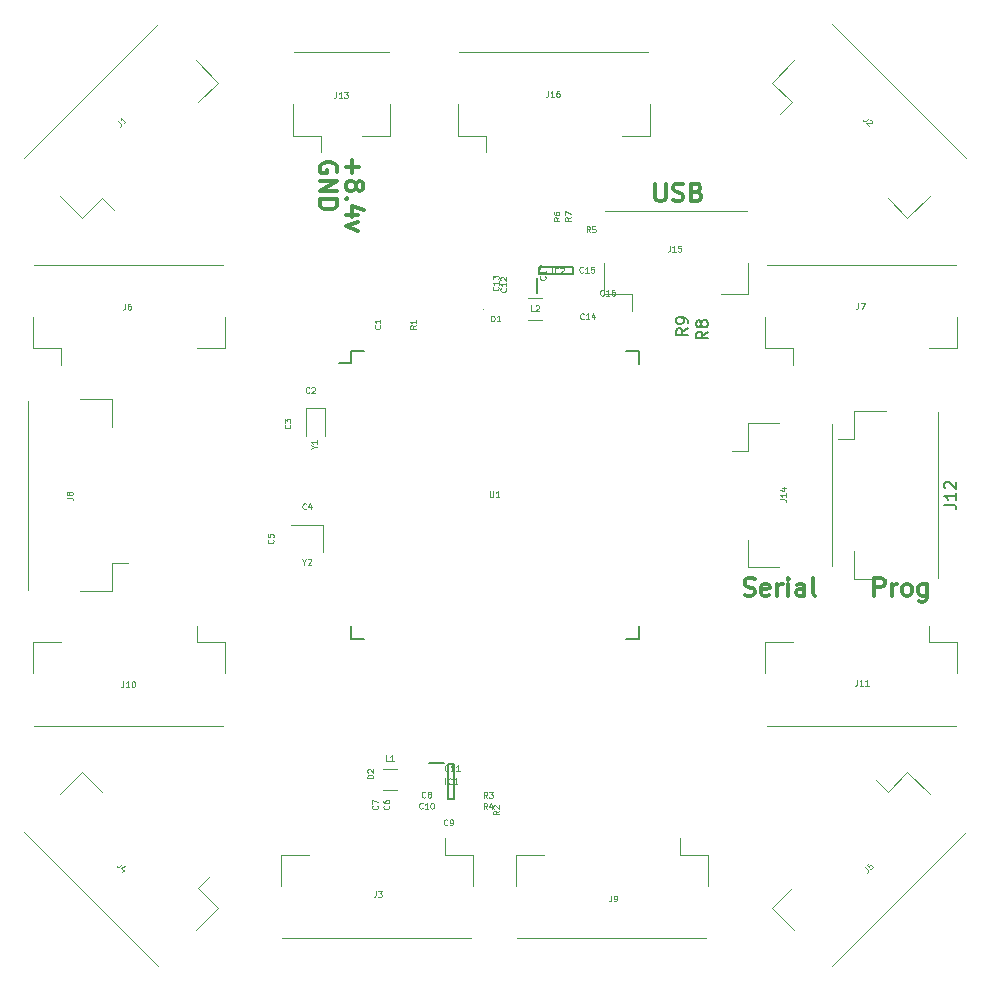
<source format=gbr>
G04 #@! TF.GenerationSoftware,KiCad,Pcbnew,5.0.1-33cea8e~68~ubuntu16.04.1*
G04 #@! TF.CreationDate,2018-11-01T01:01:16-04:00*
G04 #@! TF.ProjectId,SmallKat Jumbo Motherboard,536D616C6C4B6174204A756D626F204D,rev?*
G04 #@! TF.SameCoordinates,Original*
G04 #@! TF.FileFunction,Legend,Top*
G04 #@! TF.FilePolarity,Positive*
%FSLAX46Y46*%
G04 Gerber Fmt 4.6, Leading zero omitted, Abs format (unit mm)*
G04 Created by KiCad (PCBNEW 5.0.1-33cea8e~68~ubuntu16.04.1) date Thu 01 Nov 2018 01:01:16 AM EDT*
%MOMM*%
%LPD*%
G01*
G04 APERTURE LIST*
%ADD10C,0.300000*%
%ADD11C,0.120000*%
%ADD12C,0.150000*%
%ADD13C,0.200000*%
%ADD14C,0.100000*%
%ADD15C,0.125000*%
G04 APERTURE END LIST*
D10*
X26590000Y-12667142D02*
X26661428Y-12524285D01*
X26661428Y-12310000D01*
X26590000Y-12095714D01*
X26447142Y-11952857D01*
X26304285Y-11881428D01*
X26018571Y-11810000D01*
X25804285Y-11810000D01*
X25518571Y-11881428D01*
X25375714Y-11952857D01*
X25232857Y-12095714D01*
X25161428Y-12310000D01*
X25161428Y-12452857D01*
X25232857Y-12667142D01*
X25304285Y-12738571D01*
X25804285Y-12738571D01*
X25804285Y-12452857D01*
X25161428Y-13381428D02*
X26661428Y-13381428D01*
X25161428Y-14238571D01*
X26661428Y-14238571D01*
X25161428Y-14952857D02*
X26661428Y-14952857D01*
X26661428Y-15310000D01*
X26590000Y-15524285D01*
X26447142Y-15667142D01*
X26304285Y-15738571D01*
X26018571Y-15810000D01*
X25804285Y-15810000D01*
X25518571Y-15738571D01*
X25375714Y-15667142D01*
X25232857Y-15524285D01*
X25161428Y-15310000D01*
X25161428Y-14952857D01*
X27942857Y-11611428D02*
X27942857Y-12754285D01*
X27371428Y-12182857D02*
X28514285Y-12182857D01*
X28228571Y-13682857D02*
X28300000Y-13540000D01*
X28371428Y-13468571D01*
X28514285Y-13397142D01*
X28585714Y-13397142D01*
X28728571Y-13468571D01*
X28800000Y-13540000D01*
X28871428Y-13682857D01*
X28871428Y-13968571D01*
X28800000Y-14111428D01*
X28728571Y-14182857D01*
X28585714Y-14254285D01*
X28514285Y-14254285D01*
X28371428Y-14182857D01*
X28300000Y-14111428D01*
X28228571Y-13968571D01*
X28228571Y-13682857D01*
X28157142Y-13540000D01*
X28085714Y-13468571D01*
X27942857Y-13397142D01*
X27657142Y-13397142D01*
X27514285Y-13468571D01*
X27442857Y-13540000D01*
X27371428Y-13682857D01*
X27371428Y-13968571D01*
X27442857Y-14111428D01*
X27514285Y-14182857D01*
X27657142Y-14254285D01*
X27942857Y-14254285D01*
X28085714Y-14182857D01*
X28157142Y-14111428D01*
X28228571Y-13968571D01*
X27514285Y-14897142D02*
X27442857Y-14968571D01*
X27371428Y-14897142D01*
X27442857Y-14825714D01*
X27514285Y-14897142D01*
X27371428Y-14897142D01*
X28371428Y-16254285D02*
X27371428Y-16254285D01*
X28942857Y-15897142D02*
X27871428Y-15540000D01*
X27871428Y-16468571D01*
X28371428Y-16897142D02*
X27371428Y-17254285D01*
X28371428Y-17611428D01*
X72135714Y-48518571D02*
X72135714Y-47018571D01*
X72707142Y-47018571D01*
X72850000Y-47090000D01*
X72921428Y-47161428D01*
X72992857Y-47304285D01*
X72992857Y-47518571D01*
X72921428Y-47661428D01*
X72850000Y-47732857D01*
X72707142Y-47804285D01*
X72135714Y-47804285D01*
X73635714Y-48518571D02*
X73635714Y-47518571D01*
X73635714Y-47804285D02*
X73707142Y-47661428D01*
X73778571Y-47590000D01*
X73921428Y-47518571D01*
X74064285Y-47518571D01*
X74778571Y-48518571D02*
X74635714Y-48447142D01*
X74564285Y-48375714D01*
X74492857Y-48232857D01*
X74492857Y-47804285D01*
X74564285Y-47661428D01*
X74635714Y-47590000D01*
X74778571Y-47518571D01*
X74992857Y-47518571D01*
X75135714Y-47590000D01*
X75207142Y-47661428D01*
X75278571Y-47804285D01*
X75278571Y-48232857D01*
X75207142Y-48375714D01*
X75135714Y-48447142D01*
X74992857Y-48518571D01*
X74778571Y-48518571D01*
X76564285Y-47518571D02*
X76564285Y-48732857D01*
X76492857Y-48875714D01*
X76421428Y-48947142D01*
X76278571Y-49018571D01*
X76064285Y-49018571D01*
X75921428Y-48947142D01*
X76564285Y-48447142D02*
X76421428Y-48518571D01*
X76135714Y-48518571D01*
X75992857Y-48447142D01*
X75921428Y-48375714D01*
X75850000Y-48232857D01*
X75850000Y-47804285D01*
X75921428Y-47661428D01*
X75992857Y-47590000D01*
X76135714Y-47518571D01*
X76421428Y-47518571D01*
X76564285Y-47590000D01*
X61135714Y-48467142D02*
X61350000Y-48538571D01*
X61707142Y-48538571D01*
X61850000Y-48467142D01*
X61921428Y-48395714D01*
X61992857Y-48252857D01*
X61992857Y-48110000D01*
X61921428Y-47967142D01*
X61850000Y-47895714D01*
X61707142Y-47824285D01*
X61421428Y-47752857D01*
X61278571Y-47681428D01*
X61207142Y-47610000D01*
X61135714Y-47467142D01*
X61135714Y-47324285D01*
X61207142Y-47181428D01*
X61278571Y-47110000D01*
X61421428Y-47038571D01*
X61778571Y-47038571D01*
X61992857Y-47110000D01*
X63207142Y-48467142D02*
X63064285Y-48538571D01*
X62778571Y-48538571D01*
X62635714Y-48467142D01*
X62564285Y-48324285D01*
X62564285Y-47752857D01*
X62635714Y-47610000D01*
X62778571Y-47538571D01*
X63064285Y-47538571D01*
X63207142Y-47610000D01*
X63278571Y-47752857D01*
X63278571Y-47895714D01*
X62564285Y-48038571D01*
X63921428Y-48538571D02*
X63921428Y-47538571D01*
X63921428Y-47824285D02*
X63992857Y-47681428D01*
X64064285Y-47610000D01*
X64207142Y-47538571D01*
X64350000Y-47538571D01*
X64850000Y-48538571D02*
X64850000Y-47538571D01*
X64850000Y-47038571D02*
X64778571Y-47110000D01*
X64850000Y-47181428D01*
X64921428Y-47110000D01*
X64850000Y-47038571D01*
X64850000Y-47181428D01*
X66207142Y-48538571D02*
X66207142Y-47752857D01*
X66135714Y-47610000D01*
X65992857Y-47538571D01*
X65707142Y-47538571D01*
X65564285Y-47610000D01*
X66207142Y-48467142D02*
X66064285Y-48538571D01*
X65707142Y-48538571D01*
X65564285Y-48467142D01*
X65492857Y-48324285D01*
X65492857Y-48181428D01*
X65564285Y-48038571D01*
X65707142Y-47967142D01*
X66064285Y-47967142D01*
X66207142Y-47895714D01*
X67135714Y-48538571D02*
X66992857Y-48467142D01*
X66921428Y-48324285D01*
X66921428Y-47038571D01*
X53597142Y-13618571D02*
X53597142Y-14832857D01*
X53668571Y-14975714D01*
X53740000Y-15047142D01*
X53882857Y-15118571D01*
X54168571Y-15118571D01*
X54311428Y-15047142D01*
X54382857Y-14975714D01*
X54454285Y-14832857D01*
X54454285Y-13618571D01*
X55097142Y-15047142D02*
X55311428Y-15118571D01*
X55668571Y-15118571D01*
X55811428Y-15047142D01*
X55882857Y-14975714D01*
X55954285Y-14832857D01*
X55954285Y-14690000D01*
X55882857Y-14547142D01*
X55811428Y-14475714D01*
X55668571Y-14404285D01*
X55382857Y-14332857D01*
X55240000Y-14261428D01*
X55168571Y-14190000D01*
X55097142Y-14047142D01*
X55097142Y-13904285D01*
X55168571Y-13761428D01*
X55240000Y-13690000D01*
X55382857Y-13618571D01*
X55740000Y-13618571D01*
X55954285Y-13690000D01*
X57097142Y-14332857D02*
X57311428Y-14404285D01*
X57382857Y-14475714D01*
X57454285Y-14618571D01*
X57454285Y-14832857D01*
X57382857Y-14975714D01*
X57311428Y-15047142D01*
X57168571Y-15118571D01*
X56597142Y-15118571D01*
X56597142Y-13618571D01*
X57097142Y-13618571D01*
X57240000Y-13690000D01*
X57311428Y-13761428D01*
X57382857Y-13904285D01*
X57382857Y-14047142D01*
X57311428Y-14190000D01*
X57240000Y-14261428D01*
X57097142Y-14332857D01*
X56597142Y-14332857D01*
D11*
G04 #@! TO.C,J12*
X73090000Y-32890000D02*
X70440000Y-32890000D01*
X70440000Y-32890000D02*
X70440000Y-35240000D01*
X70440000Y-35240000D02*
X69050000Y-35240000D01*
X73090000Y-47110000D02*
X70440000Y-47110000D01*
X70440000Y-47110000D02*
X70440000Y-44760000D01*
X77510000Y-33000000D02*
X77510000Y-47000000D01*
G04 #@! TO.C,Y1*
X25590000Y-35010000D02*
X25590000Y-32610000D01*
X25590000Y-32610000D02*
X23990000Y-32610000D01*
X23990000Y-32610000D02*
X23990000Y-35010000D01*
D12*
G04 #@! TO.C,U1*
X27825000Y-27825000D02*
X27825000Y-28800000D01*
X52175000Y-27825000D02*
X52175000Y-28875000D01*
X52175000Y-52175000D02*
X52175000Y-51125000D01*
X27825000Y-52175000D02*
X27825000Y-51125000D01*
X27825000Y-27825000D02*
X28875000Y-27825000D01*
X27825000Y-52175000D02*
X28875000Y-52175000D01*
X52175000Y-52175000D02*
X51125000Y-52175000D01*
X52175000Y-27825000D02*
X51125000Y-27825000D01*
X27825000Y-28800000D02*
X26820000Y-28800000D01*
D11*
G04 #@! TO.C,J6*
X890000Y-24910000D02*
X890000Y-27560000D01*
X890000Y-27560000D02*
X3240000Y-27560000D01*
X3240000Y-27560000D02*
X3240000Y-28950000D01*
X17110000Y-24910000D02*
X17110000Y-27560000D01*
X17110000Y-27560000D02*
X14760000Y-27560000D01*
X1000000Y-20490000D02*
X17000000Y-20490000D01*
G04 #@! TO.C,J1*
X3201724Y-14670996D02*
X5075557Y-16544829D01*
X5075557Y-16544829D02*
X6737258Y-14883128D01*
X6737258Y-14883128D02*
X7720137Y-15866007D01*
X14670996Y-3201724D02*
X16544829Y-5075557D01*
X16544829Y-5075557D02*
X14883128Y-6737258D01*
X154094Y-11467803D02*
X11467803Y-154094D01*
G04 #@! TO.C,J2*
X65329004Y-3201724D02*
X63455171Y-5075557D01*
X63455171Y-5075557D02*
X65116872Y-6737258D01*
X65116872Y-6737258D02*
X64133993Y-7720137D01*
X76798276Y-14670996D02*
X74924443Y-16544829D01*
X74924443Y-16544829D02*
X73262742Y-14883128D01*
X68532197Y-154094D02*
X79845906Y-11467803D01*
G04 #@! TO.C,J3*
X38000000Y-77510000D02*
X22000000Y-77510000D01*
X21890000Y-70440000D02*
X24240000Y-70440000D01*
X21890000Y-73090000D02*
X21890000Y-70440000D01*
X35760000Y-70440000D02*
X35760000Y-69050000D01*
X38110000Y-70440000D02*
X35760000Y-70440000D01*
X38110000Y-73090000D02*
X38110000Y-70440000D01*
G04 #@! TO.C,J4*
X11467803Y-79845906D02*
X154094Y-68532197D01*
X5075557Y-63455171D02*
X6737258Y-65116872D01*
X3201724Y-65329004D02*
X5075557Y-63455171D01*
X14883128Y-73262742D02*
X15866007Y-72279863D01*
X16544829Y-74924443D02*
X14883128Y-73262742D01*
X14670996Y-76798276D02*
X16544829Y-74924443D01*
G04 #@! TO.C,J5*
X76798276Y-65329004D02*
X74924443Y-63455171D01*
X74924443Y-63455171D02*
X73262742Y-65116872D01*
X73262742Y-65116872D02*
X72279863Y-64133993D01*
X65329004Y-76798276D02*
X63455171Y-74924443D01*
X63455171Y-74924443D02*
X65116872Y-73262742D01*
X79845906Y-68532197D02*
X68532197Y-79845906D01*
G04 #@! TO.C,J7*
X62890000Y-24910000D02*
X62890000Y-27560000D01*
X62890000Y-27560000D02*
X65240000Y-27560000D01*
X65240000Y-27560000D02*
X65240000Y-28950000D01*
X79110000Y-24910000D02*
X79110000Y-27560000D01*
X79110000Y-27560000D02*
X76760000Y-27560000D01*
X63000000Y-20490000D02*
X79000000Y-20490000D01*
G04 #@! TO.C,J8*
X490000Y-48000000D02*
X490000Y-32000000D01*
X7560000Y-31890000D02*
X7560000Y-34240000D01*
X4910000Y-31890000D02*
X7560000Y-31890000D01*
X7560000Y-45760000D02*
X8950000Y-45760000D01*
X7560000Y-48110000D02*
X7560000Y-45760000D01*
X4910000Y-48110000D02*
X7560000Y-48110000D01*
G04 #@! TO.C,J9*
X58010000Y-73090000D02*
X58010000Y-70440000D01*
X58010000Y-70440000D02*
X55660000Y-70440000D01*
X55660000Y-70440000D02*
X55660000Y-69050000D01*
X41790000Y-73090000D02*
X41790000Y-70440000D01*
X41790000Y-70440000D02*
X44140000Y-70440000D01*
X57900000Y-77510000D02*
X41900000Y-77510000D01*
G04 #@! TO.C,J10*
X17110000Y-55090000D02*
X17110000Y-52440000D01*
X17110000Y-52440000D02*
X14760000Y-52440000D01*
X14760000Y-52440000D02*
X14760000Y-51050000D01*
X890000Y-55090000D02*
X890000Y-52440000D01*
X890000Y-52440000D02*
X3240000Y-52440000D01*
X17000000Y-59510000D02*
X1000000Y-59510000D01*
G04 #@! TO.C,J11*
X79000000Y-59510000D02*
X63000000Y-59510000D01*
X62890000Y-52440000D02*
X65240000Y-52440000D01*
X62890000Y-55090000D02*
X62890000Y-52440000D01*
X76760000Y-52440000D02*
X76760000Y-51050000D01*
X79110000Y-52440000D02*
X76760000Y-52440000D01*
X79110000Y-55090000D02*
X79110000Y-52440000D01*
G04 #@! TO.C,J13*
X22890000Y-6910000D02*
X22890000Y-9560000D01*
X22890000Y-9560000D02*
X25240000Y-9560000D01*
X25240000Y-9560000D02*
X25240000Y-10950000D01*
X31110000Y-6910000D02*
X31110000Y-9560000D01*
X31110000Y-9560000D02*
X28760000Y-9560000D01*
X23000000Y-2490000D02*
X31000000Y-2490000D01*
G04 #@! TO.C,Y2*
X25450000Y-44800000D02*
X25450000Y-42500000D01*
X25450000Y-42500000D02*
X22750000Y-42500000D01*
D13*
G04 #@! TO.C,IC1*
X36025000Y-62800000D02*
X36575000Y-62800000D01*
X36575000Y-62800000D02*
X36575000Y-65700000D01*
X36575000Y-65700000D02*
X36025000Y-65700000D01*
X36025000Y-65700000D02*
X36025000Y-62800000D01*
X34425000Y-62650000D02*
X35675000Y-62650000D01*
D11*
G04 #@! TO.C,L1*
X30497936Y-63190000D02*
X31702064Y-63190000D01*
X30497936Y-65010000D02*
X31702064Y-65010000D01*
D13*
G04 #@! TO.C,IC2*
X43750000Y-21275000D02*
X43750000Y-20725000D01*
X43750000Y-20725000D02*
X46650000Y-20725000D01*
X46650000Y-20725000D02*
X46650000Y-21275000D01*
X46650000Y-21275000D02*
X43750000Y-21275000D01*
X43600000Y-22875000D02*
X43600000Y-21625000D01*
D11*
G04 #@! TO.C,L2*
X42797936Y-23340000D02*
X44002064Y-23340000D01*
X42797936Y-25160000D02*
X44002064Y-25160000D01*
D14*
G04 #@! TO.C,D1*
X39110000Y-24250000D02*
G75*
G03X39110000Y-24250000I-50000J0D01*
G01*
G04 #@! TO.C,D2*
X28350000Y-62510000D02*
G75*
G03X28350000Y-62510000I-50000J0D01*
G01*
D11*
G04 #@! TO.C,J14*
X68510000Y-34000000D02*
X68510000Y-46000000D01*
X61440000Y-46110000D02*
X61440000Y-43760000D01*
X64090000Y-46110000D02*
X61440000Y-46110000D01*
X61440000Y-36240000D02*
X60050000Y-36240000D01*
X61440000Y-33890000D02*
X61440000Y-36240000D01*
X64090000Y-33890000D02*
X61440000Y-33890000D01*
G04 #@! TO.C,J15*
X49250000Y-20350000D02*
X49250000Y-23000000D01*
X49250000Y-23000000D02*
X51600000Y-23000000D01*
X51600000Y-23000000D02*
X51600000Y-24390000D01*
X61470000Y-20350000D02*
X61470000Y-23000000D01*
X61470000Y-23000000D02*
X59120000Y-23000000D01*
X49360000Y-15930000D02*
X61360000Y-15930000D01*
G04 #@! TO.C,J16*
X36890000Y-6910000D02*
X36890000Y-9560000D01*
X36890000Y-9560000D02*
X39240000Y-9560000D01*
X39240000Y-9560000D02*
X39240000Y-10950000D01*
X53110000Y-6910000D02*
X53110000Y-9560000D01*
X53110000Y-9560000D02*
X50760000Y-9560000D01*
X37000000Y-2490000D02*
X53000000Y-2490000D01*
G04 #@! TO.C,R9*
D12*
X56352380Y-25891666D02*
X55876190Y-26225000D01*
X56352380Y-26463095D02*
X55352380Y-26463095D01*
X55352380Y-26082142D01*
X55400000Y-25986904D01*
X55447619Y-25939285D01*
X55542857Y-25891666D01*
X55685714Y-25891666D01*
X55780952Y-25939285D01*
X55828571Y-25986904D01*
X55876190Y-26082142D01*
X55876190Y-26463095D01*
X56352380Y-25415476D02*
X56352380Y-25225000D01*
X56304761Y-25129761D01*
X56257142Y-25082142D01*
X56114285Y-24986904D01*
X55923809Y-24939285D01*
X55542857Y-24939285D01*
X55447619Y-24986904D01*
X55400000Y-25034523D01*
X55352380Y-25129761D01*
X55352380Y-25320238D01*
X55400000Y-25415476D01*
X55447619Y-25463095D01*
X55542857Y-25510714D01*
X55780952Y-25510714D01*
X55876190Y-25463095D01*
X55923809Y-25415476D01*
X55971428Y-25320238D01*
X55971428Y-25129761D01*
X55923809Y-25034523D01*
X55876190Y-24986904D01*
X55780952Y-24939285D01*
G04 #@! TO.C,R8*
X58022380Y-26161666D02*
X57546190Y-26495000D01*
X58022380Y-26733095D02*
X57022380Y-26733095D01*
X57022380Y-26352142D01*
X57070000Y-26256904D01*
X57117619Y-26209285D01*
X57212857Y-26161666D01*
X57355714Y-26161666D01*
X57450952Y-26209285D01*
X57498571Y-26256904D01*
X57546190Y-26352142D01*
X57546190Y-26733095D01*
X57450952Y-25590238D02*
X57403333Y-25685476D01*
X57355714Y-25733095D01*
X57260476Y-25780714D01*
X57212857Y-25780714D01*
X57117619Y-25733095D01*
X57070000Y-25685476D01*
X57022380Y-25590238D01*
X57022380Y-25399761D01*
X57070000Y-25304523D01*
X57117619Y-25256904D01*
X57212857Y-25209285D01*
X57260476Y-25209285D01*
X57355714Y-25256904D01*
X57403333Y-25304523D01*
X57450952Y-25399761D01*
X57450952Y-25590238D01*
X57498571Y-25685476D01*
X57546190Y-25733095D01*
X57641428Y-25780714D01*
X57831904Y-25780714D01*
X57927142Y-25733095D01*
X57974761Y-25685476D01*
X58022380Y-25590238D01*
X58022380Y-25399761D01*
X57974761Y-25304523D01*
X57927142Y-25256904D01*
X57831904Y-25209285D01*
X57641428Y-25209285D01*
X57546190Y-25256904D01*
X57498571Y-25304523D01*
X57450952Y-25399761D01*
G04 #@! TO.C,J12*
X78052380Y-40809523D02*
X78766666Y-40809523D01*
X78909523Y-40857142D01*
X79004761Y-40952380D01*
X79052380Y-41095238D01*
X79052380Y-41190476D01*
X79052380Y-39809523D02*
X79052380Y-40380952D01*
X79052380Y-40095238D02*
X78052380Y-40095238D01*
X78195238Y-40190476D01*
X78290476Y-40285714D01*
X78338095Y-40380952D01*
X78147619Y-39428571D02*
X78100000Y-39380952D01*
X78052380Y-39285714D01*
X78052380Y-39047619D01*
X78100000Y-38952380D01*
X78147619Y-38904761D01*
X78242857Y-38857142D01*
X78338095Y-38857142D01*
X78480952Y-38904761D01*
X79052380Y-39476190D01*
X79052380Y-38857142D01*
G04 #@! TO.C,Y1*
D15*
X24688095Y-35958095D02*
X24926190Y-35958095D01*
X24426190Y-36124761D02*
X24688095Y-35958095D01*
X24426190Y-35791428D01*
X24926190Y-35362857D02*
X24926190Y-35648571D01*
X24926190Y-35505714D02*
X24426190Y-35505714D01*
X24497619Y-35553333D01*
X24545238Y-35600952D01*
X24569047Y-35648571D01*
G04 #@! TO.C,U1*
X39579047Y-39646190D02*
X39579047Y-40050952D01*
X39602857Y-40098571D01*
X39626666Y-40122380D01*
X39674285Y-40146190D01*
X39769523Y-40146190D01*
X39817142Y-40122380D01*
X39840952Y-40098571D01*
X39864761Y-40050952D01*
X39864761Y-39646190D01*
X40364761Y-40146190D02*
X40079047Y-40146190D01*
X40221904Y-40146190D02*
X40221904Y-39646190D01*
X40174285Y-39717619D01*
X40126666Y-39765238D01*
X40079047Y-39789047D01*
G04 #@! TO.C,J6*
X8683333Y-23786190D02*
X8683333Y-24143333D01*
X8659523Y-24214761D01*
X8611904Y-24262380D01*
X8540476Y-24286190D01*
X8492857Y-24286190D01*
X9135714Y-23786190D02*
X9040476Y-23786190D01*
X8992857Y-23810000D01*
X8969047Y-23833809D01*
X8921428Y-23905238D01*
X8897619Y-24000476D01*
X8897619Y-24190952D01*
X8921428Y-24238571D01*
X8945238Y-24262380D01*
X8992857Y-24286190D01*
X9088095Y-24286190D01*
X9135714Y-24262380D01*
X9159523Y-24238571D01*
X9183333Y-24190952D01*
X9183333Y-24071904D01*
X9159523Y-24024285D01*
X9135714Y-24000476D01*
X9088095Y-23976666D01*
X8992857Y-23976666D01*
X8945238Y-24000476D01*
X8921428Y-24024285D01*
X8897619Y-24071904D01*
G04 #@! TO.C,R1*
X33316190Y-25638333D02*
X33078095Y-25805000D01*
X33316190Y-25924047D02*
X32816190Y-25924047D01*
X32816190Y-25733571D01*
X32840000Y-25685952D01*
X32863809Y-25662142D01*
X32911428Y-25638333D01*
X32982857Y-25638333D01*
X33030476Y-25662142D01*
X33054285Y-25685952D01*
X33078095Y-25733571D01*
X33078095Y-25924047D01*
X33316190Y-25162142D02*
X33316190Y-25447857D01*
X33316190Y-25305000D02*
X32816190Y-25305000D01*
X32887619Y-25352619D01*
X32935238Y-25400238D01*
X32959047Y-25447857D01*
G04 #@! TO.C,C1*
X30258571Y-25618333D02*
X30282380Y-25642142D01*
X30306190Y-25713571D01*
X30306190Y-25761190D01*
X30282380Y-25832619D01*
X30234761Y-25880238D01*
X30187142Y-25904047D01*
X30091904Y-25927857D01*
X30020476Y-25927857D01*
X29925238Y-25904047D01*
X29877619Y-25880238D01*
X29830000Y-25832619D01*
X29806190Y-25761190D01*
X29806190Y-25713571D01*
X29830000Y-25642142D01*
X29853809Y-25618333D01*
X30306190Y-25142142D02*
X30306190Y-25427857D01*
X30306190Y-25285000D02*
X29806190Y-25285000D01*
X29877619Y-25332619D01*
X29925238Y-25380238D01*
X29949047Y-25427857D01*
G04 #@! TO.C,C2*
X24276666Y-31298571D02*
X24252857Y-31322380D01*
X24181428Y-31346190D01*
X24133809Y-31346190D01*
X24062380Y-31322380D01*
X24014761Y-31274761D01*
X23990952Y-31227142D01*
X23967142Y-31131904D01*
X23967142Y-31060476D01*
X23990952Y-30965238D01*
X24014761Y-30917619D01*
X24062380Y-30870000D01*
X24133809Y-30846190D01*
X24181428Y-30846190D01*
X24252857Y-30870000D01*
X24276666Y-30893809D01*
X24467142Y-30893809D02*
X24490952Y-30870000D01*
X24538571Y-30846190D01*
X24657619Y-30846190D01*
X24705238Y-30870000D01*
X24729047Y-30893809D01*
X24752857Y-30941428D01*
X24752857Y-30989047D01*
X24729047Y-31060476D01*
X24443333Y-31346190D01*
X24752857Y-31346190D01*
G04 #@! TO.C,C3*
X22638571Y-34023333D02*
X22662380Y-34047142D01*
X22686190Y-34118571D01*
X22686190Y-34166190D01*
X22662380Y-34237619D01*
X22614761Y-34285238D01*
X22567142Y-34309047D01*
X22471904Y-34332857D01*
X22400476Y-34332857D01*
X22305238Y-34309047D01*
X22257619Y-34285238D01*
X22210000Y-34237619D01*
X22186190Y-34166190D01*
X22186190Y-34118571D01*
X22210000Y-34047142D01*
X22233809Y-34023333D01*
X22186190Y-33856666D02*
X22186190Y-33547142D01*
X22376666Y-33713809D01*
X22376666Y-33642380D01*
X22400476Y-33594761D01*
X22424285Y-33570952D01*
X22471904Y-33547142D01*
X22590952Y-33547142D01*
X22638571Y-33570952D01*
X22662380Y-33594761D01*
X22686190Y-33642380D01*
X22686190Y-33785238D01*
X22662380Y-33832857D01*
X22638571Y-33856666D01*
G04 #@! TO.C,C4*
X24016666Y-41158571D02*
X23992857Y-41182380D01*
X23921428Y-41206190D01*
X23873809Y-41206190D01*
X23802380Y-41182380D01*
X23754761Y-41134761D01*
X23730952Y-41087142D01*
X23707142Y-40991904D01*
X23707142Y-40920476D01*
X23730952Y-40825238D01*
X23754761Y-40777619D01*
X23802380Y-40730000D01*
X23873809Y-40706190D01*
X23921428Y-40706190D01*
X23992857Y-40730000D01*
X24016666Y-40753809D01*
X24445238Y-40872857D02*
X24445238Y-41206190D01*
X24326190Y-40682380D02*
X24207142Y-41039523D01*
X24516666Y-41039523D01*
G04 #@! TO.C,C5*
X21208571Y-43768333D02*
X21232380Y-43792142D01*
X21256190Y-43863571D01*
X21256190Y-43911190D01*
X21232380Y-43982619D01*
X21184761Y-44030238D01*
X21137142Y-44054047D01*
X21041904Y-44077857D01*
X20970476Y-44077857D01*
X20875238Y-44054047D01*
X20827619Y-44030238D01*
X20780000Y-43982619D01*
X20756190Y-43911190D01*
X20756190Y-43863571D01*
X20780000Y-43792142D01*
X20803809Y-43768333D01*
X20756190Y-43315952D02*
X20756190Y-43554047D01*
X20994285Y-43577857D01*
X20970476Y-43554047D01*
X20946666Y-43506428D01*
X20946666Y-43387380D01*
X20970476Y-43339761D01*
X20994285Y-43315952D01*
X21041904Y-43292142D01*
X21160952Y-43292142D01*
X21208571Y-43315952D01*
X21232380Y-43339761D01*
X21256190Y-43387380D01*
X21256190Y-43506428D01*
X21232380Y-43554047D01*
X21208571Y-43577857D01*
G04 #@! TO.C,J1*
X8068536Y-8334238D02*
X8321074Y-8586776D01*
X8354746Y-8654120D01*
X8354746Y-8721463D01*
X8321074Y-8788807D01*
X8287402Y-8822478D01*
X8775643Y-8334238D02*
X8573612Y-8536269D01*
X8674627Y-8435253D02*
X8321074Y-8081700D01*
X8337910Y-8165879D01*
X8337910Y-8233223D01*
X8321074Y-8283730D01*
G04 #@! TO.C,J2*
X71655761Y-8048536D02*
X71403223Y-8301074D01*
X71335879Y-8334746D01*
X71268536Y-8334746D01*
X71201192Y-8301074D01*
X71167521Y-8267402D01*
X71773612Y-8233730D02*
X71807284Y-8233730D01*
X71857791Y-8250566D01*
X71941971Y-8334746D01*
X71958807Y-8385253D01*
X71958807Y-8418925D01*
X71941971Y-8469433D01*
X71908299Y-8503104D01*
X71840956Y-8536776D01*
X71436895Y-8536776D01*
X71655761Y-8755643D01*
G04 #@! TO.C,J3*
X29913333Y-73536190D02*
X29913333Y-73893333D01*
X29889523Y-73964761D01*
X29841904Y-74012380D01*
X29770476Y-74036190D01*
X29722857Y-74036190D01*
X30103809Y-73536190D02*
X30413333Y-73536190D01*
X30246666Y-73726666D01*
X30318095Y-73726666D01*
X30365714Y-73750476D01*
X30389523Y-73774285D01*
X30413333Y-73821904D01*
X30413333Y-73940952D01*
X30389523Y-73988571D01*
X30365714Y-74012380D01*
X30318095Y-74036190D01*
X30175238Y-74036190D01*
X30127619Y-74012380D01*
X30103809Y-73988571D01*
G04 #@! TO.C,J4*
X8465760Y-71218536D02*
X8213222Y-71471074D01*
X8145878Y-71504746D01*
X8078535Y-71504746D01*
X8011191Y-71471074D01*
X7977520Y-71437402D01*
X8667790Y-71656269D02*
X8432088Y-71891971D01*
X8718298Y-71437402D02*
X8381581Y-71605761D01*
X8600447Y-71824627D01*
G04 #@! TO.C,J5*
X71318536Y-71474238D02*
X71571074Y-71726776D01*
X71604746Y-71794120D01*
X71604746Y-71861463D01*
X71571074Y-71928807D01*
X71537402Y-71962478D01*
X71655253Y-71137521D02*
X71486895Y-71305879D01*
X71638417Y-71491074D01*
X71638417Y-71457402D01*
X71655253Y-71406895D01*
X71739433Y-71322715D01*
X71789940Y-71305879D01*
X71823612Y-71305879D01*
X71874120Y-71322715D01*
X71958299Y-71406895D01*
X71975135Y-71457402D01*
X71975135Y-71491074D01*
X71958299Y-71541582D01*
X71874120Y-71625761D01*
X71823612Y-71642597D01*
X71789940Y-71642597D01*
G04 #@! TO.C,J7*
X70783333Y-23716190D02*
X70783333Y-24073333D01*
X70759523Y-24144761D01*
X70711904Y-24192380D01*
X70640476Y-24216190D01*
X70592857Y-24216190D01*
X70973809Y-23716190D02*
X71307142Y-23716190D01*
X71092857Y-24216190D01*
G04 #@! TO.C,J8*
X3756190Y-40216666D02*
X4113333Y-40216666D01*
X4184761Y-40240476D01*
X4232380Y-40288095D01*
X4256190Y-40359523D01*
X4256190Y-40407142D01*
X3970476Y-39907142D02*
X3946666Y-39954761D01*
X3922857Y-39978571D01*
X3875238Y-40002380D01*
X3851428Y-40002380D01*
X3803809Y-39978571D01*
X3780000Y-39954761D01*
X3756190Y-39907142D01*
X3756190Y-39811904D01*
X3780000Y-39764285D01*
X3803809Y-39740476D01*
X3851428Y-39716666D01*
X3875238Y-39716666D01*
X3922857Y-39740476D01*
X3946666Y-39764285D01*
X3970476Y-39811904D01*
X3970476Y-39907142D01*
X3994285Y-39954761D01*
X4018095Y-39978571D01*
X4065714Y-40002380D01*
X4160952Y-40002380D01*
X4208571Y-39978571D01*
X4232380Y-39954761D01*
X4256190Y-39907142D01*
X4256190Y-39811904D01*
X4232380Y-39764285D01*
X4208571Y-39740476D01*
X4160952Y-39716666D01*
X4065714Y-39716666D01*
X4018095Y-39740476D01*
X3994285Y-39764285D01*
X3970476Y-39811904D01*
G04 #@! TO.C,J9*
X49833333Y-73906190D02*
X49833333Y-74263333D01*
X49809523Y-74334761D01*
X49761904Y-74382380D01*
X49690476Y-74406190D01*
X49642857Y-74406190D01*
X50095238Y-74406190D02*
X50190476Y-74406190D01*
X50238095Y-74382380D01*
X50261904Y-74358571D01*
X50309523Y-74287142D01*
X50333333Y-74191904D01*
X50333333Y-74001428D01*
X50309523Y-73953809D01*
X50285714Y-73930000D01*
X50238095Y-73906190D01*
X50142857Y-73906190D01*
X50095238Y-73930000D01*
X50071428Y-73953809D01*
X50047619Y-74001428D01*
X50047619Y-74120476D01*
X50071428Y-74168095D01*
X50095238Y-74191904D01*
X50142857Y-74215714D01*
X50238095Y-74215714D01*
X50285714Y-74191904D01*
X50309523Y-74168095D01*
X50333333Y-74120476D01*
G04 #@! TO.C,J10*
X8545238Y-55766190D02*
X8545238Y-56123333D01*
X8521428Y-56194761D01*
X8473809Y-56242380D01*
X8402380Y-56266190D01*
X8354761Y-56266190D01*
X9045238Y-56266190D02*
X8759523Y-56266190D01*
X8902380Y-56266190D02*
X8902380Y-55766190D01*
X8854761Y-55837619D01*
X8807142Y-55885238D01*
X8759523Y-55909047D01*
X9354761Y-55766190D02*
X9402380Y-55766190D01*
X9450000Y-55790000D01*
X9473809Y-55813809D01*
X9497619Y-55861428D01*
X9521428Y-55956666D01*
X9521428Y-56075714D01*
X9497619Y-56170952D01*
X9473809Y-56218571D01*
X9450000Y-56242380D01*
X9402380Y-56266190D01*
X9354761Y-56266190D01*
X9307142Y-56242380D01*
X9283333Y-56218571D01*
X9259523Y-56170952D01*
X9235714Y-56075714D01*
X9235714Y-55956666D01*
X9259523Y-55861428D01*
X9283333Y-55813809D01*
X9307142Y-55790000D01*
X9354761Y-55766190D01*
G04 #@! TO.C,J11*
X70675238Y-55636190D02*
X70675238Y-55993333D01*
X70651428Y-56064761D01*
X70603809Y-56112380D01*
X70532380Y-56136190D01*
X70484761Y-56136190D01*
X71175238Y-56136190D02*
X70889523Y-56136190D01*
X71032380Y-56136190D02*
X71032380Y-55636190D01*
X70984761Y-55707619D01*
X70937142Y-55755238D01*
X70889523Y-55779047D01*
X71651428Y-56136190D02*
X71365714Y-56136190D01*
X71508571Y-56136190D02*
X71508571Y-55636190D01*
X71460952Y-55707619D01*
X71413333Y-55755238D01*
X71365714Y-55779047D01*
G04 #@! TO.C,J13*
X26575238Y-5876190D02*
X26575238Y-6233333D01*
X26551428Y-6304761D01*
X26503809Y-6352380D01*
X26432380Y-6376190D01*
X26384761Y-6376190D01*
X27075238Y-6376190D02*
X26789523Y-6376190D01*
X26932380Y-6376190D02*
X26932380Y-5876190D01*
X26884761Y-5947619D01*
X26837142Y-5995238D01*
X26789523Y-6019047D01*
X27241904Y-5876190D02*
X27551428Y-5876190D01*
X27384761Y-6066666D01*
X27456190Y-6066666D01*
X27503809Y-6090476D01*
X27527619Y-6114285D01*
X27551428Y-6161904D01*
X27551428Y-6280952D01*
X27527619Y-6328571D01*
X27503809Y-6352380D01*
X27456190Y-6376190D01*
X27313333Y-6376190D01*
X27265714Y-6352380D01*
X27241904Y-6328571D01*
G04 #@! TO.C,Y2*
X23861904Y-45638095D02*
X23861904Y-45876190D01*
X23695238Y-45376190D02*
X23861904Y-45638095D01*
X24028571Y-45376190D01*
X24171428Y-45423809D02*
X24195238Y-45400000D01*
X24242857Y-45376190D01*
X24361904Y-45376190D01*
X24409523Y-45400000D01*
X24433333Y-45423809D01*
X24457142Y-45471428D01*
X24457142Y-45519047D01*
X24433333Y-45590476D01*
X24147619Y-45876190D01*
X24457142Y-45876190D01*
G04 #@! TO.C,C6*
X30998571Y-66298333D02*
X31022380Y-66322142D01*
X31046190Y-66393571D01*
X31046190Y-66441190D01*
X31022380Y-66512619D01*
X30974761Y-66560238D01*
X30927142Y-66584047D01*
X30831904Y-66607857D01*
X30760476Y-66607857D01*
X30665238Y-66584047D01*
X30617619Y-66560238D01*
X30570000Y-66512619D01*
X30546190Y-66441190D01*
X30546190Y-66393571D01*
X30570000Y-66322142D01*
X30593809Y-66298333D01*
X30546190Y-65869761D02*
X30546190Y-65965000D01*
X30570000Y-66012619D01*
X30593809Y-66036428D01*
X30665238Y-66084047D01*
X30760476Y-66107857D01*
X30950952Y-66107857D01*
X30998571Y-66084047D01*
X31022380Y-66060238D01*
X31046190Y-66012619D01*
X31046190Y-65917380D01*
X31022380Y-65869761D01*
X30998571Y-65845952D01*
X30950952Y-65822142D01*
X30831904Y-65822142D01*
X30784285Y-65845952D01*
X30760476Y-65869761D01*
X30736666Y-65917380D01*
X30736666Y-66012619D01*
X30760476Y-66060238D01*
X30784285Y-66084047D01*
X30831904Y-66107857D01*
G04 #@! TO.C,C7*
X30048571Y-66298333D02*
X30072380Y-66322142D01*
X30096190Y-66393571D01*
X30096190Y-66441190D01*
X30072380Y-66512619D01*
X30024761Y-66560238D01*
X29977142Y-66584047D01*
X29881904Y-66607857D01*
X29810476Y-66607857D01*
X29715238Y-66584047D01*
X29667619Y-66560238D01*
X29620000Y-66512619D01*
X29596190Y-66441190D01*
X29596190Y-66393571D01*
X29620000Y-66322142D01*
X29643809Y-66298333D01*
X29596190Y-66131666D02*
X29596190Y-65798333D01*
X30096190Y-66012619D01*
G04 #@! TO.C,C8*
X34116666Y-65558571D02*
X34092857Y-65582380D01*
X34021428Y-65606190D01*
X33973809Y-65606190D01*
X33902380Y-65582380D01*
X33854761Y-65534761D01*
X33830952Y-65487142D01*
X33807142Y-65391904D01*
X33807142Y-65320476D01*
X33830952Y-65225238D01*
X33854761Y-65177619D01*
X33902380Y-65130000D01*
X33973809Y-65106190D01*
X34021428Y-65106190D01*
X34092857Y-65130000D01*
X34116666Y-65153809D01*
X34402380Y-65320476D02*
X34354761Y-65296666D01*
X34330952Y-65272857D01*
X34307142Y-65225238D01*
X34307142Y-65201428D01*
X34330952Y-65153809D01*
X34354761Y-65130000D01*
X34402380Y-65106190D01*
X34497619Y-65106190D01*
X34545238Y-65130000D01*
X34569047Y-65153809D01*
X34592857Y-65201428D01*
X34592857Y-65225238D01*
X34569047Y-65272857D01*
X34545238Y-65296666D01*
X34497619Y-65320476D01*
X34402380Y-65320476D01*
X34354761Y-65344285D01*
X34330952Y-65368095D01*
X34307142Y-65415714D01*
X34307142Y-65510952D01*
X34330952Y-65558571D01*
X34354761Y-65582380D01*
X34402380Y-65606190D01*
X34497619Y-65606190D01*
X34545238Y-65582380D01*
X34569047Y-65558571D01*
X34592857Y-65510952D01*
X34592857Y-65415714D01*
X34569047Y-65368095D01*
X34545238Y-65344285D01*
X34497619Y-65320476D01*
G04 #@! TO.C,C9*
X35966666Y-67898571D02*
X35942857Y-67922380D01*
X35871428Y-67946190D01*
X35823809Y-67946190D01*
X35752380Y-67922380D01*
X35704761Y-67874761D01*
X35680952Y-67827142D01*
X35657142Y-67731904D01*
X35657142Y-67660476D01*
X35680952Y-67565238D01*
X35704761Y-67517619D01*
X35752380Y-67470000D01*
X35823809Y-67446190D01*
X35871428Y-67446190D01*
X35942857Y-67470000D01*
X35966666Y-67493809D01*
X36204761Y-67946190D02*
X36300000Y-67946190D01*
X36347619Y-67922380D01*
X36371428Y-67898571D01*
X36419047Y-67827142D01*
X36442857Y-67731904D01*
X36442857Y-67541428D01*
X36419047Y-67493809D01*
X36395238Y-67470000D01*
X36347619Y-67446190D01*
X36252380Y-67446190D01*
X36204761Y-67470000D01*
X36180952Y-67493809D01*
X36157142Y-67541428D01*
X36157142Y-67660476D01*
X36180952Y-67708095D01*
X36204761Y-67731904D01*
X36252380Y-67755714D01*
X36347619Y-67755714D01*
X36395238Y-67731904D01*
X36419047Y-67708095D01*
X36442857Y-67660476D01*
G04 #@! TO.C,C10*
X33878571Y-66508571D02*
X33854761Y-66532380D01*
X33783333Y-66556190D01*
X33735714Y-66556190D01*
X33664285Y-66532380D01*
X33616666Y-66484761D01*
X33592857Y-66437142D01*
X33569047Y-66341904D01*
X33569047Y-66270476D01*
X33592857Y-66175238D01*
X33616666Y-66127619D01*
X33664285Y-66080000D01*
X33735714Y-66056190D01*
X33783333Y-66056190D01*
X33854761Y-66080000D01*
X33878571Y-66103809D01*
X34354761Y-66556190D02*
X34069047Y-66556190D01*
X34211904Y-66556190D02*
X34211904Y-66056190D01*
X34164285Y-66127619D01*
X34116666Y-66175238D01*
X34069047Y-66199047D01*
X34664285Y-66056190D02*
X34711904Y-66056190D01*
X34759523Y-66080000D01*
X34783333Y-66103809D01*
X34807142Y-66151428D01*
X34830952Y-66246666D01*
X34830952Y-66365714D01*
X34807142Y-66460952D01*
X34783333Y-66508571D01*
X34759523Y-66532380D01*
X34711904Y-66556190D01*
X34664285Y-66556190D01*
X34616666Y-66532380D01*
X34592857Y-66508571D01*
X34569047Y-66460952D01*
X34545238Y-66365714D01*
X34545238Y-66246666D01*
X34569047Y-66151428D01*
X34592857Y-66103809D01*
X34616666Y-66080000D01*
X34664285Y-66056190D01*
G04 #@! TO.C,C11*
X36063571Y-63298571D02*
X36039761Y-63322380D01*
X35968333Y-63346190D01*
X35920714Y-63346190D01*
X35849285Y-63322380D01*
X35801666Y-63274761D01*
X35777857Y-63227142D01*
X35754047Y-63131904D01*
X35754047Y-63060476D01*
X35777857Y-62965238D01*
X35801666Y-62917619D01*
X35849285Y-62870000D01*
X35920714Y-62846190D01*
X35968333Y-62846190D01*
X36039761Y-62870000D01*
X36063571Y-62893809D01*
X36539761Y-63346190D02*
X36254047Y-63346190D01*
X36396904Y-63346190D02*
X36396904Y-62846190D01*
X36349285Y-62917619D01*
X36301666Y-62965238D01*
X36254047Y-62989047D01*
X37015952Y-63346190D02*
X36730238Y-63346190D01*
X36873095Y-63346190D02*
X36873095Y-62846190D01*
X36825476Y-62917619D01*
X36777857Y-62965238D01*
X36730238Y-62989047D01*
G04 #@! TO.C,IC1*
X35811904Y-64476190D02*
X35811904Y-63976190D01*
X36335714Y-64428571D02*
X36311904Y-64452380D01*
X36240476Y-64476190D01*
X36192857Y-64476190D01*
X36121428Y-64452380D01*
X36073809Y-64404761D01*
X36050000Y-64357142D01*
X36026190Y-64261904D01*
X36026190Y-64190476D01*
X36050000Y-64095238D01*
X36073809Y-64047619D01*
X36121428Y-64000000D01*
X36192857Y-63976190D01*
X36240476Y-63976190D01*
X36311904Y-64000000D01*
X36335714Y-64023809D01*
X36811904Y-64476190D02*
X36526190Y-64476190D01*
X36669047Y-64476190D02*
X36669047Y-63976190D01*
X36621428Y-64047619D01*
X36573809Y-64095238D01*
X36526190Y-64119047D01*
G04 #@! TO.C,L1*
X31016666Y-62506190D02*
X30778571Y-62506190D01*
X30778571Y-62006190D01*
X31445238Y-62506190D02*
X31159523Y-62506190D01*
X31302380Y-62506190D02*
X31302380Y-62006190D01*
X31254761Y-62077619D01*
X31207142Y-62125238D01*
X31159523Y-62149047D01*
G04 #@! TO.C,R2*
X40346190Y-66748333D02*
X40108095Y-66915000D01*
X40346190Y-67034047D02*
X39846190Y-67034047D01*
X39846190Y-66843571D01*
X39870000Y-66795952D01*
X39893809Y-66772142D01*
X39941428Y-66748333D01*
X40012857Y-66748333D01*
X40060476Y-66772142D01*
X40084285Y-66795952D01*
X40108095Y-66843571D01*
X40108095Y-67034047D01*
X39893809Y-66557857D02*
X39870000Y-66534047D01*
X39846190Y-66486428D01*
X39846190Y-66367380D01*
X39870000Y-66319761D01*
X39893809Y-66295952D01*
X39941428Y-66272142D01*
X39989047Y-66272142D01*
X40060476Y-66295952D01*
X40346190Y-66581666D01*
X40346190Y-66272142D01*
G04 #@! TO.C,R3*
X39351666Y-65646190D02*
X39185000Y-65408095D01*
X39065952Y-65646190D02*
X39065952Y-65146190D01*
X39256428Y-65146190D01*
X39304047Y-65170000D01*
X39327857Y-65193809D01*
X39351666Y-65241428D01*
X39351666Y-65312857D01*
X39327857Y-65360476D01*
X39304047Y-65384285D01*
X39256428Y-65408095D01*
X39065952Y-65408095D01*
X39518333Y-65146190D02*
X39827857Y-65146190D01*
X39661190Y-65336666D01*
X39732619Y-65336666D01*
X39780238Y-65360476D01*
X39804047Y-65384285D01*
X39827857Y-65431904D01*
X39827857Y-65550952D01*
X39804047Y-65598571D01*
X39780238Y-65622380D01*
X39732619Y-65646190D01*
X39589761Y-65646190D01*
X39542142Y-65622380D01*
X39518333Y-65598571D01*
G04 #@! TO.C,R4*
X39351666Y-66596190D02*
X39185000Y-66358095D01*
X39065952Y-66596190D02*
X39065952Y-66096190D01*
X39256428Y-66096190D01*
X39304047Y-66120000D01*
X39327857Y-66143809D01*
X39351666Y-66191428D01*
X39351666Y-66262857D01*
X39327857Y-66310476D01*
X39304047Y-66334285D01*
X39256428Y-66358095D01*
X39065952Y-66358095D01*
X39780238Y-66262857D02*
X39780238Y-66596190D01*
X39661190Y-66072380D02*
X39542142Y-66429523D01*
X39851666Y-66429523D01*
G04 #@! TO.C,C12*
X40908571Y-22486428D02*
X40932380Y-22510238D01*
X40956190Y-22581666D01*
X40956190Y-22629285D01*
X40932380Y-22700714D01*
X40884761Y-22748333D01*
X40837142Y-22772142D01*
X40741904Y-22795952D01*
X40670476Y-22795952D01*
X40575238Y-22772142D01*
X40527619Y-22748333D01*
X40480000Y-22700714D01*
X40456190Y-22629285D01*
X40456190Y-22581666D01*
X40480000Y-22510238D01*
X40503809Y-22486428D01*
X40956190Y-22010238D02*
X40956190Y-22295952D01*
X40956190Y-22153095D02*
X40456190Y-22153095D01*
X40527619Y-22200714D01*
X40575238Y-22248333D01*
X40599047Y-22295952D01*
X40503809Y-21819761D02*
X40480000Y-21795952D01*
X40456190Y-21748333D01*
X40456190Y-21629285D01*
X40480000Y-21581666D01*
X40503809Y-21557857D01*
X40551428Y-21534047D01*
X40599047Y-21534047D01*
X40670476Y-21557857D01*
X40956190Y-21843571D01*
X40956190Y-21534047D01*
G04 #@! TO.C,C13*
X40258571Y-22361428D02*
X40282380Y-22385238D01*
X40306190Y-22456666D01*
X40306190Y-22504285D01*
X40282380Y-22575714D01*
X40234761Y-22623333D01*
X40187142Y-22647142D01*
X40091904Y-22670952D01*
X40020476Y-22670952D01*
X39925238Y-22647142D01*
X39877619Y-22623333D01*
X39830000Y-22575714D01*
X39806190Y-22504285D01*
X39806190Y-22456666D01*
X39830000Y-22385238D01*
X39853809Y-22361428D01*
X40306190Y-21885238D02*
X40306190Y-22170952D01*
X40306190Y-22028095D02*
X39806190Y-22028095D01*
X39877619Y-22075714D01*
X39925238Y-22123333D01*
X39949047Y-22170952D01*
X39806190Y-21718571D02*
X39806190Y-21409047D01*
X39996666Y-21575714D01*
X39996666Y-21504285D01*
X40020476Y-21456666D01*
X40044285Y-21432857D01*
X40091904Y-21409047D01*
X40210952Y-21409047D01*
X40258571Y-21432857D01*
X40282380Y-21456666D01*
X40306190Y-21504285D01*
X40306190Y-21647142D01*
X40282380Y-21694761D01*
X40258571Y-21718571D01*
G04 #@! TO.C,C14*
X47513571Y-25068571D02*
X47489761Y-25092380D01*
X47418333Y-25116190D01*
X47370714Y-25116190D01*
X47299285Y-25092380D01*
X47251666Y-25044761D01*
X47227857Y-24997142D01*
X47204047Y-24901904D01*
X47204047Y-24830476D01*
X47227857Y-24735238D01*
X47251666Y-24687619D01*
X47299285Y-24640000D01*
X47370714Y-24616190D01*
X47418333Y-24616190D01*
X47489761Y-24640000D01*
X47513571Y-24663809D01*
X47989761Y-25116190D02*
X47704047Y-25116190D01*
X47846904Y-25116190D02*
X47846904Y-24616190D01*
X47799285Y-24687619D01*
X47751666Y-24735238D01*
X47704047Y-24759047D01*
X48418333Y-24782857D02*
X48418333Y-25116190D01*
X48299285Y-24592380D02*
X48180238Y-24949523D01*
X48489761Y-24949523D01*
G04 #@! TO.C,C15*
X47458571Y-21128571D02*
X47434761Y-21152380D01*
X47363333Y-21176190D01*
X47315714Y-21176190D01*
X47244285Y-21152380D01*
X47196666Y-21104761D01*
X47172857Y-21057142D01*
X47149047Y-20961904D01*
X47149047Y-20890476D01*
X47172857Y-20795238D01*
X47196666Y-20747619D01*
X47244285Y-20700000D01*
X47315714Y-20676190D01*
X47363333Y-20676190D01*
X47434761Y-20700000D01*
X47458571Y-20723809D01*
X47934761Y-21176190D02*
X47649047Y-21176190D01*
X47791904Y-21176190D02*
X47791904Y-20676190D01*
X47744285Y-20747619D01*
X47696666Y-20795238D01*
X47649047Y-20819047D01*
X48387142Y-20676190D02*
X48149047Y-20676190D01*
X48125238Y-20914285D01*
X48149047Y-20890476D01*
X48196666Y-20866666D01*
X48315714Y-20866666D01*
X48363333Y-20890476D01*
X48387142Y-20914285D01*
X48410952Y-20961904D01*
X48410952Y-21080952D01*
X48387142Y-21128571D01*
X48363333Y-21152380D01*
X48315714Y-21176190D01*
X48196666Y-21176190D01*
X48149047Y-21152380D01*
X48125238Y-21128571D01*
G04 #@! TO.C,C16*
X49208571Y-23058571D02*
X49184761Y-23082380D01*
X49113333Y-23106190D01*
X49065714Y-23106190D01*
X48994285Y-23082380D01*
X48946666Y-23034761D01*
X48922857Y-22987142D01*
X48899047Y-22891904D01*
X48899047Y-22820476D01*
X48922857Y-22725238D01*
X48946666Y-22677619D01*
X48994285Y-22630000D01*
X49065714Y-22606190D01*
X49113333Y-22606190D01*
X49184761Y-22630000D01*
X49208571Y-22653809D01*
X49684761Y-23106190D02*
X49399047Y-23106190D01*
X49541904Y-23106190D02*
X49541904Y-22606190D01*
X49494285Y-22677619D01*
X49446666Y-22725238D01*
X49399047Y-22749047D01*
X50113333Y-22606190D02*
X50018095Y-22606190D01*
X49970476Y-22630000D01*
X49946666Y-22653809D01*
X49899047Y-22725238D01*
X49875238Y-22820476D01*
X49875238Y-23010952D01*
X49899047Y-23058571D01*
X49922857Y-23082380D01*
X49970476Y-23106190D01*
X50065714Y-23106190D01*
X50113333Y-23082380D01*
X50137142Y-23058571D01*
X50160952Y-23010952D01*
X50160952Y-22891904D01*
X50137142Y-22844285D01*
X50113333Y-22820476D01*
X50065714Y-22796666D01*
X49970476Y-22796666D01*
X49922857Y-22820476D01*
X49899047Y-22844285D01*
X49875238Y-22891904D01*
G04 #@! TO.C,C17*
X44248571Y-21471428D02*
X44272380Y-21495238D01*
X44296190Y-21566666D01*
X44296190Y-21614285D01*
X44272380Y-21685714D01*
X44224761Y-21733333D01*
X44177142Y-21757142D01*
X44081904Y-21780952D01*
X44010476Y-21780952D01*
X43915238Y-21757142D01*
X43867619Y-21733333D01*
X43820000Y-21685714D01*
X43796190Y-21614285D01*
X43796190Y-21566666D01*
X43820000Y-21495238D01*
X43843809Y-21471428D01*
X44296190Y-20995238D02*
X44296190Y-21280952D01*
X44296190Y-21138095D02*
X43796190Y-21138095D01*
X43867619Y-21185714D01*
X43915238Y-21233333D01*
X43939047Y-21280952D01*
X43796190Y-20828571D02*
X43796190Y-20495238D01*
X44296190Y-20709523D01*
G04 #@! TO.C,IC2*
X44831904Y-21236190D02*
X44831904Y-20736190D01*
X45355714Y-21188571D02*
X45331904Y-21212380D01*
X45260476Y-21236190D01*
X45212857Y-21236190D01*
X45141428Y-21212380D01*
X45093809Y-21164761D01*
X45070000Y-21117142D01*
X45046190Y-21021904D01*
X45046190Y-20950476D01*
X45070000Y-20855238D01*
X45093809Y-20807619D01*
X45141428Y-20760000D01*
X45212857Y-20736190D01*
X45260476Y-20736190D01*
X45331904Y-20760000D01*
X45355714Y-20783809D01*
X45546190Y-20783809D02*
X45570000Y-20760000D01*
X45617619Y-20736190D01*
X45736666Y-20736190D01*
X45784285Y-20760000D01*
X45808095Y-20783809D01*
X45831904Y-20831428D01*
X45831904Y-20879047D01*
X45808095Y-20950476D01*
X45522380Y-21236190D01*
X45831904Y-21236190D01*
G04 #@! TO.C,L2*
X43306666Y-24416190D02*
X43068571Y-24416190D01*
X43068571Y-23916190D01*
X43449523Y-23963809D02*
X43473333Y-23940000D01*
X43520952Y-23916190D01*
X43640000Y-23916190D01*
X43687619Y-23940000D01*
X43711428Y-23963809D01*
X43735238Y-24011428D01*
X43735238Y-24059047D01*
X43711428Y-24130476D01*
X43425714Y-24416190D01*
X43735238Y-24416190D01*
G04 #@! TO.C,R5*
X48046666Y-17746190D02*
X47880000Y-17508095D01*
X47760952Y-17746190D02*
X47760952Y-17246190D01*
X47951428Y-17246190D01*
X47999047Y-17270000D01*
X48022857Y-17293809D01*
X48046666Y-17341428D01*
X48046666Y-17412857D01*
X48022857Y-17460476D01*
X47999047Y-17484285D01*
X47951428Y-17508095D01*
X47760952Y-17508095D01*
X48499047Y-17246190D02*
X48260952Y-17246190D01*
X48237142Y-17484285D01*
X48260952Y-17460476D01*
X48308571Y-17436666D01*
X48427619Y-17436666D01*
X48475238Y-17460476D01*
X48499047Y-17484285D01*
X48522857Y-17531904D01*
X48522857Y-17650952D01*
X48499047Y-17698571D01*
X48475238Y-17722380D01*
X48427619Y-17746190D01*
X48308571Y-17746190D01*
X48260952Y-17722380D01*
X48237142Y-17698571D01*
G04 #@! TO.C,R6*
X45466190Y-16483333D02*
X45228095Y-16650000D01*
X45466190Y-16769047D02*
X44966190Y-16769047D01*
X44966190Y-16578571D01*
X44990000Y-16530952D01*
X45013809Y-16507142D01*
X45061428Y-16483333D01*
X45132857Y-16483333D01*
X45180476Y-16507142D01*
X45204285Y-16530952D01*
X45228095Y-16578571D01*
X45228095Y-16769047D01*
X44966190Y-16054761D02*
X44966190Y-16150000D01*
X44990000Y-16197619D01*
X45013809Y-16221428D01*
X45085238Y-16269047D01*
X45180476Y-16292857D01*
X45370952Y-16292857D01*
X45418571Y-16269047D01*
X45442380Y-16245238D01*
X45466190Y-16197619D01*
X45466190Y-16102380D01*
X45442380Y-16054761D01*
X45418571Y-16030952D01*
X45370952Y-16007142D01*
X45251904Y-16007142D01*
X45204285Y-16030952D01*
X45180476Y-16054761D01*
X45156666Y-16102380D01*
X45156666Y-16197619D01*
X45180476Y-16245238D01*
X45204285Y-16269047D01*
X45251904Y-16292857D01*
G04 #@! TO.C,R7*
X46416190Y-16483333D02*
X46178095Y-16650000D01*
X46416190Y-16769047D02*
X45916190Y-16769047D01*
X45916190Y-16578571D01*
X45940000Y-16530952D01*
X45963809Y-16507142D01*
X46011428Y-16483333D01*
X46082857Y-16483333D01*
X46130476Y-16507142D01*
X46154285Y-16530952D01*
X46178095Y-16578571D01*
X46178095Y-16769047D01*
X45916190Y-16316666D02*
X45916190Y-15983333D01*
X46416190Y-16197619D01*
G04 #@! TO.C,D1*
X39690952Y-25296190D02*
X39690952Y-24796190D01*
X39810000Y-24796190D01*
X39881428Y-24820000D01*
X39929047Y-24867619D01*
X39952857Y-24915238D01*
X39976666Y-25010476D01*
X39976666Y-25081904D01*
X39952857Y-25177142D01*
X39929047Y-25224761D01*
X39881428Y-25272380D01*
X39810000Y-25296190D01*
X39690952Y-25296190D01*
X40452857Y-25296190D02*
X40167142Y-25296190D01*
X40310000Y-25296190D02*
X40310000Y-24796190D01*
X40262380Y-24867619D01*
X40214761Y-24915238D01*
X40167142Y-24939047D01*
G04 #@! TO.C,D2*
X29696190Y-63969047D02*
X29196190Y-63969047D01*
X29196190Y-63850000D01*
X29220000Y-63778571D01*
X29267619Y-63730952D01*
X29315238Y-63707142D01*
X29410476Y-63683333D01*
X29481904Y-63683333D01*
X29577142Y-63707142D01*
X29624761Y-63730952D01*
X29672380Y-63778571D01*
X29696190Y-63850000D01*
X29696190Y-63969047D01*
X29243809Y-63492857D02*
X29220000Y-63469047D01*
X29196190Y-63421428D01*
X29196190Y-63302380D01*
X29220000Y-63254761D01*
X29243809Y-63230952D01*
X29291428Y-63207142D01*
X29339047Y-63207142D01*
X29410476Y-63230952D01*
X29696190Y-63516666D01*
X29696190Y-63207142D01*
G04 #@! TO.C,J14*
X64156190Y-40354761D02*
X64513333Y-40354761D01*
X64584761Y-40378571D01*
X64632380Y-40426190D01*
X64656190Y-40497619D01*
X64656190Y-40545238D01*
X64656190Y-39854761D02*
X64656190Y-40140476D01*
X64656190Y-39997619D02*
X64156190Y-39997619D01*
X64227619Y-40045238D01*
X64275238Y-40092857D01*
X64299047Y-40140476D01*
X64322857Y-39426190D02*
X64656190Y-39426190D01*
X64132380Y-39545238D02*
X64489523Y-39664285D01*
X64489523Y-39354761D01*
G04 #@! TO.C,J15*
X54815238Y-18876190D02*
X54815238Y-19233333D01*
X54791428Y-19304761D01*
X54743809Y-19352380D01*
X54672380Y-19376190D01*
X54624761Y-19376190D01*
X55315238Y-19376190D02*
X55029523Y-19376190D01*
X55172380Y-19376190D02*
X55172380Y-18876190D01*
X55124761Y-18947619D01*
X55077142Y-18995238D01*
X55029523Y-19019047D01*
X55767619Y-18876190D02*
X55529523Y-18876190D01*
X55505714Y-19114285D01*
X55529523Y-19090476D01*
X55577142Y-19066666D01*
X55696190Y-19066666D01*
X55743809Y-19090476D01*
X55767619Y-19114285D01*
X55791428Y-19161904D01*
X55791428Y-19280952D01*
X55767619Y-19328571D01*
X55743809Y-19352380D01*
X55696190Y-19376190D01*
X55577142Y-19376190D01*
X55529523Y-19352380D01*
X55505714Y-19328571D01*
G04 #@! TO.C,J16*
X44505238Y-5776190D02*
X44505238Y-6133333D01*
X44481428Y-6204761D01*
X44433809Y-6252380D01*
X44362380Y-6276190D01*
X44314761Y-6276190D01*
X45005238Y-6276190D02*
X44719523Y-6276190D01*
X44862380Y-6276190D02*
X44862380Y-5776190D01*
X44814761Y-5847619D01*
X44767142Y-5895238D01*
X44719523Y-5919047D01*
X45433809Y-5776190D02*
X45338571Y-5776190D01*
X45290952Y-5800000D01*
X45267142Y-5823809D01*
X45219523Y-5895238D01*
X45195714Y-5990476D01*
X45195714Y-6180952D01*
X45219523Y-6228571D01*
X45243333Y-6252380D01*
X45290952Y-6276190D01*
X45386190Y-6276190D01*
X45433809Y-6252380D01*
X45457619Y-6228571D01*
X45481428Y-6180952D01*
X45481428Y-6061904D01*
X45457619Y-6014285D01*
X45433809Y-5990476D01*
X45386190Y-5966666D01*
X45290952Y-5966666D01*
X45243333Y-5990476D01*
X45219523Y-6014285D01*
X45195714Y-6061904D01*
G04 #@! TD*
M02*

</source>
